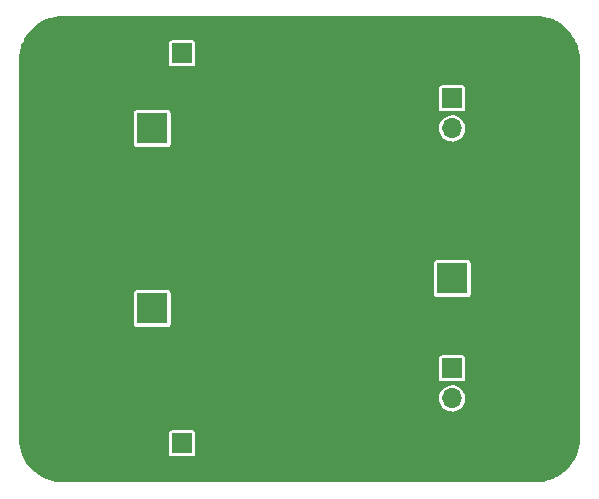
<source format=gbr>
%TF.GenerationSoftware,KiCad,Pcbnew,6.0.11-2627ca5db0~126~ubuntu22.04.1*%
%TF.CreationDate,2024-05-09T19:34:26+02:00*%
%TF.ProjectId,RedunDC,52656475-6e44-4432-9e6b-696361645f70,rev?*%
%TF.SameCoordinates,Original*%
%TF.FileFunction,Copper,L2,Bot*%
%TF.FilePolarity,Positive*%
%FSLAX46Y46*%
G04 Gerber Fmt 4.6, Leading zero omitted, Abs format (unit mm)*
G04 Created by KiCad (PCBNEW 6.0.11-2627ca5db0~126~ubuntu22.04.1) date 2024-05-09 19:34:26*
%MOMM*%
%LPD*%
G01*
G04 APERTURE LIST*
%TA.AperFunction,ComponentPad*%
%ADD10R,1.700000X1.700000*%
%TD*%
%TA.AperFunction,ComponentPad*%
%ADD11O,1.700000X1.700000*%
%TD*%
%TA.AperFunction,ComponentPad*%
%ADD12R,2.600000X2.600000*%
%TD*%
%TA.AperFunction,ComponentPad*%
%ADD13C,2.600000*%
%TD*%
%TA.AperFunction,ComponentPad*%
%ADD14C,0.800000*%
%TD*%
%TA.AperFunction,ComponentPad*%
%ADD15C,6.400000*%
%TD*%
%TA.AperFunction,ViaPad*%
%ADD16C,0.800000*%
%TD*%
G04 APERTURE END LIST*
D10*
%TO.P,J7,1,Pin_1*%
%TO.N,Net-(J7-Pad1)*%
X132080000Y-107950000D03*
D11*
%TO.P,J7,2,Pin_2*%
%TO.N,GND*%
X129540000Y-107950000D03*
%TD*%
D12*
%TO.P,J3,1,Pin_1*%
%TO.N,/IN2*%
X129540000Y-96520000D03*
D13*
%TO.P,J3,2,Pin_2*%
%TO.N,GND*%
X129540000Y-101600000D03*
%TD*%
D10*
%TO.P,J6,1,Pin_1*%
%TO.N,Net-(J6-Pad1)*%
X132080000Y-74930000D03*
D11*
%TO.P,J6,2,Pin_2*%
%TO.N,GND*%
X129540000Y-74930000D03*
%TD*%
D14*
%TO.P,H1,1,1*%
%TO.N,GND*%
X162000000Y-73100000D03*
X159600000Y-75500000D03*
X160302944Y-77197056D03*
X160302944Y-73802944D03*
X163697056Y-77197056D03*
X162000000Y-77900000D03*
X163697056Y-73802944D03*
D15*
X162000000Y-75500000D03*
D14*
X164400000Y-75500000D03*
%TD*%
D12*
%TO.P,J2,1,Pin_1*%
%TO.N,/OUT*%
X154940000Y-93980000D03*
D13*
%TO.P,J2,2,Pin_2*%
%TO.N,GND*%
X154940000Y-88900000D03*
%TD*%
D15*
%TO.P,H4,1,1*%
%TO.N,GND*%
X162000000Y-107500000D03*
D14*
X160302944Y-109197056D03*
X164400000Y-107500000D03*
X163697056Y-109197056D03*
X160302944Y-105802944D03*
X162000000Y-105100000D03*
X163697056Y-105802944D03*
X159600000Y-107500000D03*
X162000000Y-109900000D03*
%TD*%
%TO.P,H3,1,1*%
%TO.N,GND*%
X123697056Y-77197056D03*
X123697056Y-73802944D03*
X120302944Y-77197056D03*
X122000000Y-73100000D03*
X122000000Y-77900000D03*
X120302944Y-73802944D03*
X124400000Y-75500000D03*
D15*
X122000000Y-75500000D03*
D14*
X119600000Y-75500000D03*
%TD*%
%TO.P,H2,1,1*%
%TO.N,GND*%
X123697056Y-105802944D03*
X119600000Y-107500000D03*
X124400000Y-107500000D03*
X122000000Y-105100000D03*
X120302944Y-105802944D03*
X123697056Y-109197056D03*
D15*
X122000000Y-107500000D03*
D14*
X120302944Y-109197056D03*
X122000000Y-109900000D03*
%TD*%
D10*
%TO.P,J4,1,Pin_1*%
%TO.N,Net-(J4-Pad1)*%
X154940000Y-78740000D03*
D11*
%TO.P,J4,2,Pin_2*%
%TO.N,Net-(J4-Pad2)*%
X154940000Y-81280000D03*
%TD*%
D12*
%TO.P,J1,1,Pin_1*%
%TO.N,/IN1*%
X129540000Y-81280000D03*
D13*
%TO.P,J1,2,Pin_2*%
%TO.N,GND*%
X129540000Y-86360000D03*
%TD*%
D10*
%TO.P,J5,1,Pin_1*%
%TO.N,Net-(J5-Pad1)*%
X154940000Y-101600000D03*
D11*
%TO.P,J5,2,Pin_2*%
%TO.N,Net-(J5-Pad2)*%
X154940000Y-104140000D03*
%TD*%
D16*
%TO.N,GND*%
X142748000Y-104140000D03*
X138111903Y-88165841D03*
X137287000Y-93599000D03*
X142748000Y-81280000D03*
%TD*%
%TA.AperFunction,Conductor*%
%TO.N,GND*%
G36*
X161980971Y-71755701D02*
G01*
X162000000Y-71759486D01*
X162012540Y-71756992D01*
X162027797Y-71755866D01*
X162364059Y-71772385D01*
X162370154Y-71772986D01*
X162727684Y-71826020D01*
X162733690Y-71827215D01*
X163084282Y-71915034D01*
X163090141Y-71916811D01*
X163430460Y-72038578D01*
X163436126Y-72040926D01*
X163762839Y-72195451D01*
X163768248Y-72198342D01*
X164078249Y-72384149D01*
X164083349Y-72387556D01*
X164373655Y-72602861D01*
X164378397Y-72606753D01*
X164646193Y-72849471D01*
X164650529Y-72853807D01*
X164893247Y-73121603D01*
X164897139Y-73126345D01*
X165112444Y-73416651D01*
X165115851Y-73421751D01*
X165301658Y-73731752D01*
X165304549Y-73737161D01*
X165354932Y-73843686D01*
X165456298Y-74058004D01*
X165459074Y-74063874D01*
X165461421Y-74069537D01*
X165556211Y-74334457D01*
X165583188Y-74409854D01*
X165584968Y-74415724D01*
X165672784Y-74766306D01*
X165673981Y-74772321D01*
X165727014Y-75129842D01*
X165727615Y-75135946D01*
X165744134Y-75472202D01*
X165743008Y-75487460D01*
X165740514Y-75500000D01*
X165741715Y-75506038D01*
X165744299Y-75519029D01*
X165745500Y-75531222D01*
X165745500Y-107468778D01*
X165744299Y-107480971D01*
X165740514Y-107500000D01*
X165741715Y-107506038D01*
X165743008Y-107512539D01*
X165744134Y-107527798D01*
X165727615Y-107864054D01*
X165727014Y-107870158D01*
X165673981Y-108227679D01*
X165672784Y-108233694D01*
X165584968Y-108584276D01*
X165583189Y-108590141D01*
X165470739Y-108904420D01*
X165461422Y-108930460D01*
X165459074Y-108936126D01*
X165304549Y-109262839D01*
X165301658Y-109268248D01*
X165115851Y-109578249D01*
X165112444Y-109583349D01*
X164897139Y-109873655D01*
X164893247Y-109878397D01*
X164650529Y-110146193D01*
X164646193Y-110150529D01*
X164378397Y-110393247D01*
X164373655Y-110397139D01*
X164083349Y-110612444D01*
X164078249Y-110615851D01*
X163768248Y-110801658D01*
X163762839Y-110804549D01*
X163436126Y-110959074D01*
X163430463Y-110961421D01*
X163090141Y-111083189D01*
X163084282Y-111084966D01*
X162733690Y-111172785D01*
X162727684Y-111173980D01*
X162370154Y-111227014D01*
X162364059Y-111227615D01*
X162027797Y-111244134D01*
X162012540Y-111243008D01*
X162000000Y-111240514D01*
X161993962Y-111241715D01*
X161980971Y-111244299D01*
X161968778Y-111245500D01*
X122031222Y-111245500D01*
X122019029Y-111244299D01*
X122006038Y-111241715D01*
X122000000Y-111240514D01*
X121987460Y-111243008D01*
X121972203Y-111244134D01*
X121635941Y-111227615D01*
X121629846Y-111227014D01*
X121272316Y-111173980D01*
X121266310Y-111172785D01*
X120915718Y-111084966D01*
X120909859Y-111083189D01*
X120569537Y-110961421D01*
X120563874Y-110959074D01*
X120237161Y-110804549D01*
X120231752Y-110801658D01*
X119921751Y-110615851D01*
X119916651Y-110612444D01*
X119626345Y-110397139D01*
X119621603Y-110393247D01*
X119353807Y-110150529D01*
X119349471Y-110146193D01*
X119106753Y-109878397D01*
X119102861Y-109873655D01*
X118887556Y-109583349D01*
X118884149Y-109578249D01*
X118698342Y-109268248D01*
X118695451Y-109262839D01*
X118540926Y-108936126D01*
X118538578Y-108930460D01*
X118529261Y-108904420D01*
X118416811Y-108590141D01*
X118415032Y-108584276D01*
X118327216Y-108233694D01*
X118326019Y-108227679D01*
X118272986Y-107870158D01*
X118272385Y-107864054D01*
X118255866Y-107527798D01*
X118256992Y-107512539D01*
X118258285Y-107506038D01*
X118259486Y-107500000D01*
X118255701Y-107480971D01*
X118254500Y-107468778D01*
X118254500Y-107074933D01*
X130975500Y-107074933D01*
X130975501Y-108825066D01*
X130990266Y-108899301D01*
X131046516Y-108983484D01*
X131051633Y-108986903D01*
X131125580Y-109036314D01*
X131125582Y-109036315D01*
X131130699Y-109039734D01*
X131163753Y-109046309D01*
X131201920Y-109053901D01*
X131201923Y-109053901D01*
X131204933Y-109054500D01*
X132080000Y-109054500D01*
X132955066Y-109054499D01*
X132958075Y-109053900D01*
X132958080Y-109053900D01*
X133023263Y-109040935D01*
X133029301Y-109039734D01*
X133113484Y-108983484D01*
X133169734Y-108899301D01*
X133184500Y-108825067D01*
X133184499Y-107074934D01*
X133169734Y-107000699D01*
X133113484Y-106916516D01*
X133093452Y-106903131D01*
X133034420Y-106863686D01*
X133034418Y-106863685D01*
X133029301Y-106860266D01*
X132996247Y-106853691D01*
X132958080Y-106846099D01*
X132958077Y-106846099D01*
X132955067Y-106845500D01*
X132951996Y-106845500D01*
X132080001Y-106845501D01*
X131204934Y-106845501D01*
X131201925Y-106846100D01*
X131201920Y-106846100D01*
X131136737Y-106859065D01*
X131130699Y-106860266D01*
X131046516Y-106916516D01*
X130990266Y-107000699D01*
X130975500Y-107074933D01*
X118254500Y-107074933D01*
X118254500Y-104110964D01*
X153831148Y-104110964D01*
X153844424Y-104313522D01*
X153894392Y-104510269D01*
X153979377Y-104694616D01*
X154096533Y-104860389D01*
X154241938Y-105002035D01*
X154410720Y-105114812D01*
X154497124Y-105151934D01*
X154594588Y-105193808D01*
X154594590Y-105193809D01*
X154597228Y-105194942D01*
X154697641Y-105217663D01*
X154792426Y-105239111D01*
X154792429Y-105239111D01*
X154795216Y-105239742D01*
X154885164Y-105243276D01*
X154995193Y-105247600D01*
X154995197Y-105247600D01*
X154998053Y-105247712D01*
X155198945Y-105218584D01*
X155391165Y-105153334D01*
X155568276Y-105054147D01*
X155724345Y-104924345D01*
X155854147Y-104768276D01*
X155953334Y-104591165D01*
X156018584Y-104398945D01*
X156047712Y-104198053D01*
X156049232Y-104140000D01*
X156046303Y-104108116D01*
X156030920Y-103940714D01*
X156030658Y-103937859D01*
X156029879Y-103935096D01*
X155976335Y-103745244D01*
X155976333Y-103745240D01*
X155975557Y-103742487D01*
X155885776Y-103560428D01*
X155867437Y-103535869D01*
X155766037Y-103400078D01*
X155766036Y-103400076D01*
X155764320Y-103397779D01*
X155615258Y-103259987D01*
X155443581Y-103151667D01*
X155255039Y-103076446D01*
X155252233Y-103075888D01*
X155252230Y-103075887D01*
X155058752Y-103037402D01*
X155058750Y-103037402D01*
X155055946Y-103036844D01*
X154960353Y-103035593D01*
X154855833Y-103034224D01*
X154855828Y-103034224D01*
X154852971Y-103034187D01*
X154850151Y-103034672D01*
X154850146Y-103034672D01*
X154733751Y-103054673D01*
X154652910Y-103068564D01*
X154650222Y-103069556D01*
X154650217Y-103069557D01*
X154465151Y-103137832D01*
X154465148Y-103137833D01*
X154462463Y-103138824D01*
X154288010Y-103242612D01*
X154135392Y-103376455D01*
X154009720Y-103535869D01*
X153915203Y-103715515D01*
X153855007Y-103909378D01*
X153831148Y-104110964D01*
X118254500Y-104110964D01*
X118254500Y-100724933D01*
X153835500Y-100724933D01*
X153835501Y-102475066D01*
X153850266Y-102549301D01*
X153906516Y-102633484D01*
X153911633Y-102636903D01*
X153985580Y-102686314D01*
X153985582Y-102686315D01*
X153990699Y-102689734D01*
X154023753Y-102696309D01*
X154061920Y-102703901D01*
X154061923Y-102703901D01*
X154064933Y-102704500D01*
X154940000Y-102704500D01*
X155815066Y-102704499D01*
X155818075Y-102703900D01*
X155818080Y-102703900D01*
X155883263Y-102690935D01*
X155889301Y-102689734D01*
X155973484Y-102633484D01*
X156029734Y-102549301D01*
X156044500Y-102475067D01*
X156044499Y-100724934D01*
X156029734Y-100650699D01*
X155973484Y-100566516D01*
X155953452Y-100553131D01*
X155894420Y-100513686D01*
X155894418Y-100513685D01*
X155889301Y-100510266D01*
X155856247Y-100503691D01*
X155818080Y-100496099D01*
X155818077Y-100496099D01*
X155815067Y-100495500D01*
X155811996Y-100495500D01*
X154940001Y-100495501D01*
X154064934Y-100495501D01*
X154061925Y-100496100D01*
X154061920Y-100496100D01*
X153996737Y-100509065D01*
X153990699Y-100510266D01*
X153906516Y-100566516D01*
X153850266Y-100650699D01*
X153835500Y-100724933D01*
X118254500Y-100724933D01*
X118254500Y-95194933D01*
X127985500Y-95194933D01*
X127985501Y-97845066D01*
X128000266Y-97919301D01*
X128056516Y-98003484D01*
X128061633Y-98006903D01*
X128135580Y-98056314D01*
X128135582Y-98056315D01*
X128140699Y-98059734D01*
X128173753Y-98066309D01*
X128211920Y-98073901D01*
X128211923Y-98073901D01*
X128214933Y-98074500D01*
X129540000Y-98074500D01*
X130865066Y-98074499D01*
X130868075Y-98073900D01*
X130868080Y-98073900D01*
X130933263Y-98060935D01*
X130939301Y-98059734D01*
X131023484Y-98003484D01*
X131079734Y-97919301D01*
X131094500Y-97845067D01*
X131094499Y-95194934D01*
X131079734Y-95120699D01*
X131023484Y-95036516D01*
X131003452Y-95023131D01*
X130944420Y-94983686D01*
X130944418Y-94983685D01*
X130939301Y-94980266D01*
X130906247Y-94973691D01*
X130868080Y-94966099D01*
X130868077Y-94966099D01*
X130865067Y-94965500D01*
X130861996Y-94965500D01*
X129540001Y-94965501D01*
X128214934Y-94965501D01*
X128211925Y-94966100D01*
X128211920Y-94966100D01*
X128146737Y-94979065D01*
X128140699Y-94980266D01*
X128056516Y-95036516D01*
X128000266Y-95120699D01*
X127985500Y-95194933D01*
X118254500Y-95194933D01*
X118254500Y-92654933D01*
X153385500Y-92654933D01*
X153385501Y-95305066D01*
X153400266Y-95379301D01*
X153456516Y-95463484D01*
X153461633Y-95466903D01*
X153535580Y-95516314D01*
X153535582Y-95516315D01*
X153540699Y-95519734D01*
X153573753Y-95526309D01*
X153611920Y-95533901D01*
X153611923Y-95533901D01*
X153614933Y-95534500D01*
X154940000Y-95534500D01*
X156265066Y-95534499D01*
X156268075Y-95533900D01*
X156268080Y-95533900D01*
X156333263Y-95520935D01*
X156339301Y-95519734D01*
X156423484Y-95463484D01*
X156479734Y-95379301D01*
X156494500Y-95305067D01*
X156494499Y-92654934D01*
X156479734Y-92580699D01*
X156423484Y-92496516D01*
X156403452Y-92483131D01*
X156344420Y-92443686D01*
X156344418Y-92443685D01*
X156339301Y-92440266D01*
X156306247Y-92433691D01*
X156268080Y-92426099D01*
X156268077Y-92426099D01*
X156265067Y-92425500D01*
X156261996Y-92425500D01*
X154940001Y-92425501D01*
X153614934Y-92425501D01*
X153611925Y-92426100D01*
X153611920Y-92426100D01*
X153546737Y-92439065D01*
X153540699Y-92440266D01*
X153456516Y-92496516D01*
X153400266Y-92580699D01*
X153385500Y-92654933D01*
X118254500Y-92654933D01*
X118254500Y-79954933D01*
X127985500Y-79954933D01*
X127985501Y-82605066D01*
X128000266Y-82679301D01*
X128056516Y-82763484D01*
X128061633Y-82766903D01*
X128135580Y-82816314D01*
X128135582Y-82816315D01*
X128140699Y-82819734D01*
X128173753Y-82826309D01*
X128211920Y-82833901D01*
X128211923Y-82833901D01*
X128214933Y-82834500D01*
X129540000Y-82834500D01*
X130865066Y-82834499D01*
X130868075Y-82833900D01*
X130868080Y-82833900D01*
X130933263Y-82820935D01*
X130939301Y-82819734D01*
X131023484Y-82763484D01*
X131079734Y-82679301D01*
X131094500Y-82605067D01*
X131094499Y-81250964D01*
X153831148Y-81250964D01*
X153844424Y-81453522D01*
X153894392Y-81650269D01*
X153979377Y-81834616D01*
X154096533Y-82000389D01*
X154241938Y-82142035D01*
X154410720Y-82254812D01*
X154497124Y-82291934D01*
X154594588Y-82333808D01*
X154594590Y-82333809D01*
X154597228Y-82334942D01*
X154697641Y-82357663D01*
X154792426Y-82379111D01*
X154792429Y-82379111D01*
X154795216Y-82379742D01*
X154885164Y-82383276D01*
X154995193Y-82387600D01*
X154995197Y-82387600D01*
X154998053Y-82387712D01*
X155198945Y-82358584D01*
X155391165Y-82293334D01*
X155568276Y-82194147D01*
X155724345Y-82064345D01*
X155854147Y-81908276D01*
X155953334Y-81731165D01*
X156018584Y-81538945D01*
X156047712Y-81338053D01*
X156049232Y-81280000D01*
X156046303Y-81248116D01*
X156030920Y-81080714D01*
X156030658Y-81077859D01*
X156029879Y-81075096D01*
X155976335Y-80885244D01*
X155976333Y-80885240D01*
X155975557Y-80882487D01*
X155885776Y-80700428D01*
X155867437Y-80675869D01*
X155766037Y-80540078D01*
X155766036Y-80540076D01*
X155764320Y-80537779D01*
X155615258Y-80399987D01*
X155443581Y-80291667D01*
X155255039Y-80216446D01*
X155252233Y-80215888D01*
X155252230Y-80215887D01*
X155058752Y-80177402D01*
X155058750Y-80177402D01*
X155055946Y-80176844D01*
X154960353Y-80175593D01*
X154855833Y-80174224D01*
X154855828Y-80174224D01*
X154852971Y-80174187D01*
X154850151Y-80174672D01*
X154850146Y-80174672D01*
X154733751Y-80194673D01*
X154652910Y-80208564D01*
X154650222Y-80209556D01*
X154650217Y-80209557D01*
X154465151Y-80277832D01*
X154465148Y-80277833D01*
X154462463Y-80278824D01*
X154288010Y-80382612D01*
X154135392Y-80516455D01*
X154009720Y-80675869D01*
X153915203Y-80855515D01*
X153855007Y-81049378D01*
X153831148Y-81250964D01*
X131094499Y-81250964D01*
X131094499Y-79954934D01*
X131079734Y-79880699D01*
X131023484Y-79796516D01*
X131003452Y-79783131D01*
X130944420Y-79743686D01*
X130944418Y-79743685D01*
X130939301Y-79740266D01*
X130906247Y-79733691D01*
X130868080Y-79726099D01*
X130868077Y-79726099D01*
X130865067Y-79725500D01*
X130861996Y-79725500D01*
X129540001Y-79725501D01*
X128214934Y-79725501D01*
X128211925Y-79726100D01*
X128211920Y-79726100D01*
X128146737Y-79739065D01*
X128140699Y-79740266D01*
X128056516Y-79796516D01*
X128053097Y-79801633D01*
X128024454Y-79844500D01*
X128000266Y-79880699D01*
X127985500Y-79954933D01*
X118254500Y-79954933D01*
X118254500Y-77864933D01*
X153835500Y-77864933D01*
X153835501Y-79615066D01*
X153850266Y-79689301D01*
X153906516Y-79773484D01*
X153911633Y-79776903D01*
X153985580Y-79826314D01*
X153985582Y-79826315D01*
X153990699Y-79829734D01*
X154023753Y-79836309D01*
X154061920Y-79843901D01*
X154061923Y-79843901D01*
X154064933Y-79844500D01*
X154940000Y-79844500D01*
X155815066Y-79844499D01*
X155818075Y-79843900D01*
X155818080Y-79843900D01*
X155883263Y-79830935D01*
X155889301Y-79829734D01*
X155973484Y-79773484D01*
X155996482Y-79739065D01*
X156026314Y-79694420D01*
X156026315Y-79694418D01*
X156029734Y-79689301D01*
X156044500Y-79615067D01*
X156044499Y-77864934D01*
X156029734Y-77790699D01*
X155973484Y-77706516D01*
X155953452Y-77693131D01*
X155894420Y-77653686D01*
X155894418Y-77653685D01*
X155889301Y-77650266D01*
X155856247Y-77643691D01*
X155818080Y-77636099D01*
X155818077Y-77636099D01*
X155815067Y-77635500D01*
X155811996Y-77635500D01*
X154940001Y-77635501D01*
X154064934Y-77635501D01*
X154061925Y-77636100D01*
X154061920Y-77636100D01*
X153996737Y-77649065D01*
X153990699Y-77650266D01*
X153906516Y-77706516D01*
X153850266Y-77790699D01*
X153835500Y-77864933D01*
X118254500Y-77864933D01*
X118254500Y-75531222D01*
X118255701Y-75519029D01*
X118258285Y-75506038D01*
X118259486Y-75500000D01*
X118256992Y-75487460D01*
X118255866Y-75472202D01*
X118272385Y-75135946D01*
X118272986Y-75129842D01*
X118326019Y-74772321D01*
X118327216Y-74766306D01*
X118415032Y-74415724D01*
X118416812Y-74409854D01*
X118443790Y-74334457D01*
X118538579Y-74069537D01*
X118540926Y-74063874D01*
X118543703Y-74058004D01*
X118545155Y-74054933D01*
X130975500Y-74054933D01*
X130975501Y-75805066D01*
X130990266Y-75879301D01*
X131046516Y-75963484D01*
X131051633Y-75966903D01*
X131125580Y-76016314D01*
X131125582Y-76016315D01*
X131130699Y-76019734D01*
X131163753Y-76026309D01*
X131201920Y-76033901D01*
X131201923Y-76033901D01*
X131204933Y-76034500D01*
X132080000Y-76034500D01*
X132955066Y-76034499D01*
X132958075Y-76033900D01*
X132958080Y-76033900D01*
X133023263Y-76020935D01*
X133029301Y-76019734D01*
X133113484Y-75963484D01*
X133169734Y-75879301D01*
X133184500Y-75805067D01*
X133184499Y-74054934D01*
X133169734Y-73980699D01*
X133113484Y-73896516D01*
X133093452Y-73883131D01*
X133034420Y-73843686D01*
X133034418Y-73843685D01*
X133029301Y-73840266D01*
X132996247Y-73833691D01*
X132958080Y-73826099D01*
X132958077Y-73826099D01*
X132955067Y-73825500D01*
X132951996Y-73825500D01*
X132080001Y-73825501D01*
X131204934Y-73825501D01*
X131201925Y-73826100D01*
X131201920Y-73826100D01*
X131136737Y-73839065D01*
X131130699Y-73840266D01*
X131046516Y-73896516D01*
X131043097Y-73901633D01*
X131003125Y-73961455D01*
X130990266Y-73980699D01*
X130975500Y-74054933D01*
X118545155Y-74054933D01*
X118645068Y-73843686D01*
X118695451Y-73737161D01*
X118698342Y-73731752D01*
X118884149Y-73421751D01*
X118887556Y-73416651D01*
X119102861Y-73126345D01*
X119106753Y-73121603D01*
X119349471Y-72853807D01*
X119353807Y-72849471D01*
X119621603Y-72606753D01*
X119626345Y-72602861D01*
X119916651Y-72387556D01*
X119921751Y-72384149D01*
X120231752Y-72198342D01*
X120237161Y-72195451D01*
X120563874Y-72040926D01*
X120569540Y-72038578D01*
X120909859Y-71916811D01*
X120915718Y-71915034D01*
X121266310Y-71827215D01*
X121272316Y-71826020D01*
X121629846Y-71772986D01*
X121635941Y-71772385D01*
X121972203Y-71755866D01*
X121987460Y-71756992D01*
X122000000Y-71759486D01*
X122019029Y-71755701D01*
X122031222Y-71754500D01*
X161968778Y-71754500D01*
X161980971Y-71755701D01*
G37*
%TD.AperFunction*%
%TD*%
M02*

</source>
